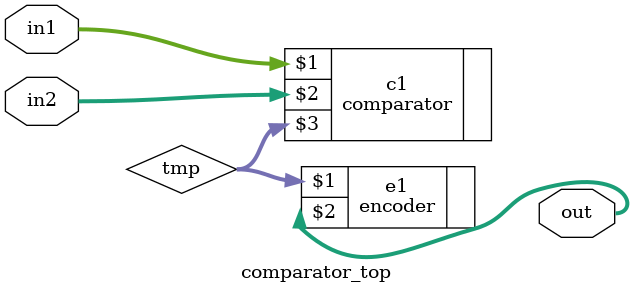
<source format=v>
`timescale 1ns/1ns

/* Comparator Top Module : input → comp_in → encoder → output */
module comparator_top(in1, in2, out);
  input [7:0] in1, in2;
  output [1:0] out;
  wire [2:0] tmp;
  
  comparator c1(in1,in2,tmp);
  encoder e1(tmp,out);  
endmodule
</source>
